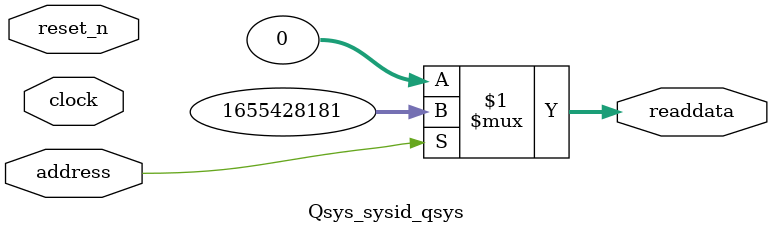
<source format=v>



// synthesis translate_off
`timescale 1ns / 1ps
// synthesis translate_on

// turn off superfluous verilog processor warnings 
// altera message_level Level1 
// altera message_off 10034 10035 10036 10037 10230 10240 10030 

module Qsys_sysid_qsys (
               // inputs:
                address,
                clock,
                reset_n,

               // outputs:
                readdata
             )
;

  output  [ 31: 0] readdata;
  input            address;
  input            clock;
  input            reset_n;

  wire    [ 31: 0] readdata;
  //control_slave, which is an e_avalon_slave
  assign readdata = address ? 1655428181 : 0;

endmodule



</source>
